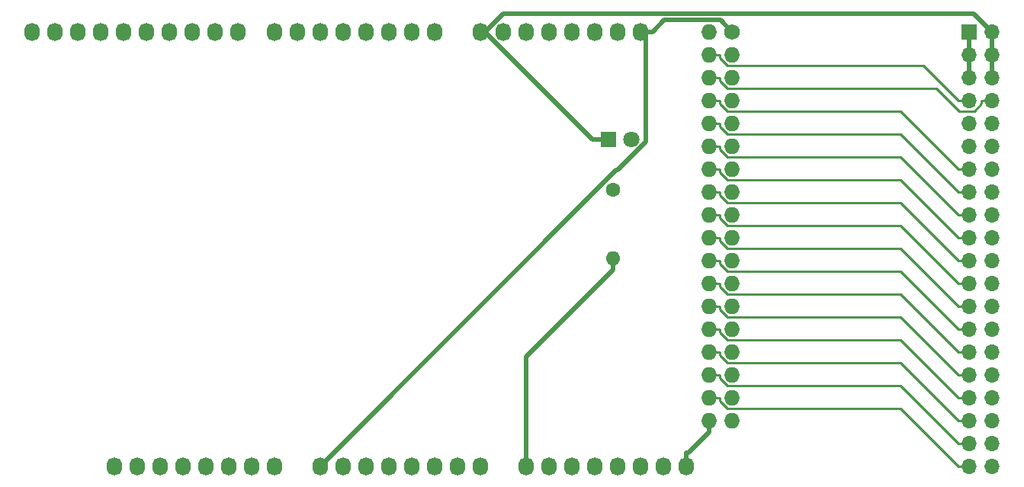
<source format=gbr>
%TF.GenerationSoftware,KiCad,Pcbnew,6.0.2+dfsg-1*%
%TF.CreationDate,2022-06-01T22:42:02-04:00*%
%TF.ProjectId,kim1-earthpeople,6b696d31-2d65-4617-9274-6870656f706c,rev?*%
%TF.SameCoordinates,Original*%
%TF.FileFunction,Copper,L2,Bot*%
%TF.FilePolarity,Positive*%
%FSLAX46Y46*%
G04 Gerber Fmt 4.6, Leading zero omitted, Abs format (unit mm)*
G04 Created by KiCad (PCBNEW 6.0.2+dfsg-1) date 2022-06-01 22:42:02*
%MOMM*%
%LPD*%
G01*
G04 APERTURE LIST*
%TA.AperFunction,ComponentPad*%
%ADD10C,1.600000*%
%TD*%
%TA.AperFunction,ComponentPad*%
%ADD11O,1.600000X1.600000*%
%TD*%
%TA.AperFunction,ComponentPad*%
%ADD12R,1.800000X1.800000*%
%TD*%
%TA.AperFunction,ComponentPad*%
%ADD13C,1.800000*%
%TD*%
%TA.AperFunction,ComponentPad*%
%ADD14O,1.727200X2.032000*%
%TD*%
%TA.AperFunction,ComponentPad*%
%ADD15O,1.727200X1.727200*%
%TD*%
%TA.AperFunction,ComponentPad*%
%ADD16C,1.727200*%
%TD*%
%TA.AperFunction,ComponentPad*%
%ADD17R,1.700000X1.700000*%
%TD*%
%TA.AperFunction,ComponentPad*%
%ADD18O,1.700000X1.700000*%
%TD*%
%TA.AperFunction,Conductor*%
%ADD19C,0.250000*%
%TD*%
%TA.AperFunction,Conductor*%
%ADD20C,0.500000*%
%TD*%
G04 APERTURE END LIST*
D10*
%TO.P,R101,1*%
%TO.N,Net-(D101-Pad2)*%
X186700000Y-88400000D03*
D11*
%TO.P,R101,2*%
%TO.N,3V3*%
X186700000Y-96020000D03*
%TD*%
D12*
%TO.P,D101,1,K*%
%TO.N,GND*%
X186125000Y-82800000D03*
D13*
%TO.P,D101,2,A*%
%TO.N,Net-(D101-Pad2)*%
X188665000Y-82800000D03*
%TD*%
D14*
%TO.P,P2,1,Pin_1*%
%TO.N,unconnected-(P2-Pad1)*%
X131318000Y-119126000D03*
%TO.P,P2,2,Pin_2*%
%TO.N,unconnected-(P2-Pad2)*%
X133858000Y-119126000D03*
%TO.P,P2,3,Pin_3*%
%TO.N,unconnected-(P2-Pad3)*%
X136398000Y-119126000D03*
%TO.P,P2,4,Pin_4*%
%TO.N,unconnected-(P2-Pad4)*%
X138938000Y-119126000D03*
%TO.P,P2,5,Pin_5*%
%TO.N,unconnected-(P2-Pad5)*%
X141478000Y-119126000D03*
%TO.P,P2,6,Pin_6*%
%TO.N,GND*%
X144018000Y-119126000D03*
%TO.P,P2,7,Pin_7*%
X146558000Y-119126000D03*
%TO.P,P2,8,Pin_8*%
%TO.N,unconnected-(P2-Pad8)*%
X149098000Y-119126000D03*
%TD*%
%TO.P,P3,1,Pin_1*%
%TO.N,5V*%
X154178000Y-119126000D03*
%TO.P,P3,2,Pin_2*%
%TO.N,unconnected-(P3-Pad2)*%
X156718000Y-119126000D03*
%TO.P,P3,3,Pin_3*%
%TO.N,unconnected-(P3-Pad3)*%
X159258000Y-119126000D03*
%TO.P,P3,4,Pin_4*%
%TO.N,unconnected-(P3-Pad4)*%
X161798000Y-119126000D03*
%TO.P,P3,5,Pin_5*%
%TO.N,unconnected-(P3-Pad5)*%
X164338000Y-119126000D03*
%TO.P,P3,6,Pin_6*%
%TO.N,unconnected-(P3-Pad6)*%
X166878000Y-119126000D03*
%TO.P,P3,7,Pin_7*%
%TO.N,unconnected-(P3-Pad7)*%
X169418000Y-119126000D03*
%TO.P,P3,8,Pin_8*%
%TO.N,GND*%
X171958000Y-119126000D03*
%TD*%
%TO.P,P4,1,Pin_1*%
%TO.N,3V3*%
X177038000Y-119126000D03*
%TO.P,P4,2,Pin_2*%
%TO.N,unconnected-(P4-Pad2)*%
X179578000Y-119126000D03*
%TO.P,P4,3,Pin_3*%
%TO.N,unconnected-(P4-Pad3)*%
X182118000Y-119126000D03*
%TO.P,P4,4,Pin_4*%
%TO.N,unconnected-(P4-Pad4)*%
X184658000Y-119126000D03*
%TO.P,P4,5,Pin_5*%
%TO.N,unconnected-(P4-Pad5)*%
X187198000Y-119126000D03*
%TO.P,P4,6,Pin_6*%
%TO.N,unconnected-(P4-Pad6)*%
X189738000Y-119126000D03*
%TO.P,P4,7,Pin_7*%
%TO.N,unconnected-(P4-Pad7)*%
X192278000Y-119126000D03*
%TO.P,P4,8,Pin_8*%
%TO.N,GND*%
X194818000Y-119126000D03*
%TD*%
%TO.P,P5,1,Pin_1*%
%TO.N,unconnected-(P5-Pad1)*%
X145034000Y-70866000D03*
%TO.P,P5,2,Pin_2*%
%TO.N,unconnected-(P5-Pad2)*%
X142494000Y-70866000D03*
%TO.P,P5,3,Pin_3*%
%TO.N,unconnected-(P5-Pad3)*%
X139954000Y-70866000D03*
%TO.P,P5,4,Pin_4*%
%TO.N,unconnected-(P5-Pad4)*%
X137414000Y-70866000D03*
%TO.P,P5,5,Pin_5*%
%TO.N,unconnected-(P5-Pad5)*%
X134874000Y-70866000D03*
%TO.P,P5,6,Pin_6*%
%TO.N,unconnected-(P5-Pad6)*%
X132334000Y-70866000D03*
%TO.P,P5,7,Pin_7*%
%TO.N,unconnected-(P5-Pad7)*%
X129794000Y-70866000D03*
%TO.P,P5,8,Pin_8*%
%TO.N,unconnected-(P5-Pad8)*%
X127254000Y-70866000D03*
%TO.P,P5,9,Pin_9*%
%TO.N,unconnected-(P5-Pad9)*%
X124714000Y-70866000D03*
%TO.P,P5,10,Pin_10*%
%TO.N,unconnected-(P5-Pad10)*%
X122174000Y-70866000D03*
%TD*%
%TO.P,P6,1,Pin_1*%
%TO.N,3V3*%
X166878000Y-70866000D03*
%TO.P,P6,2,Pin_2*%
%TO.N,unconnected-(P6-Pad2)*%
X164338000Y-70866000D03*
%TO.P,P6,3,Pin_3*%
%TO.N,unconnected-(P6-Pad3)*%
X161798000Y-70866000D03*
%TO.P,P6,4,Pin_4*%
%TO.N,unconnected-(P6-Pad4)*%
X159258000Y-70866000D03*
%TO.P,P6,5,Pin_5*%
%TO.N,unconnected-(P6-Pad5)*%
X156718000Y-70866000D03*
%TO.P,P6,6,Pin_6*%
%TO.N,unconnected-(P6-Pad6)*%
X154178000Y-70866000D03*
%TO.P,P6,7,Pin_7*%
%TO.N,unconnected-(P6-Pad7)*%
X151638000Y-70866000D03*
%TO.P,P6,8,Pin_8*%
%TO.N,GND*%
X149098000Y-70866000D03*
%TD*%
%TO.P,P7,1,Pin_1*%
%TO.N,5V*%
X189738000Y-70866000D03*
%TO.P,P7,2,Pin_2*%
%TO.N,unconnected-(P7-Pad2)*%
X187198000Y-70866000D03*
%TO.P,P7,3,Pin_3*%
%TO.N,unconnected-(P7-Pad3)*%
X184658000Y-70866000D03*
%TO.P,P7,4,Pin_4*%
%TO.N,unconnected-(P7-Pad4)*%
X182118000Y-70866000D03*
%TO.P,P7,5,Pin_5*%
%TO.N,unconnected-(P7-Pad5)*%
X179578000Y-70866000D03*
%TO.P,P7,6,Pin_6*%
%TO.N,unconnected-(P7-Pad6)*%
X177038000Y-70866000D03*
%TO.P,P7,7,Pin_7*%
%TO.N,unconnected-(P7-Pad7)*%
X174498000Y-70866000D03*
%TO.P,P7,8,Pin_8*%
%TO.N,GND*%
X171958000Y-70866000D03*
%TD*%
D15*
%TO.P,J101,1,Pin_1*%
%TO.N,3V3*%
X197358000Y-70866000D03*
D16*
%TO.P,J101,2,Pin_2*%
%TO.N,5V*%
X199898000Y-70866000D03*
D15*
%TO.P,J101,3,Pin_3*%
%TO.N,SPARE1*%
X197358000Y-73406000D03*
%TO.P,J101,4,Pin_4*%
%TO.N,SPARE6*%
X199898000Y-73406000D03*
%TO.P,J101,5,Pin_5*%
%TO.N,SPARE5*%
X197358000Y-75946000D03*
%TO.P,J101,6,Pin_6*%
%TO.N,SPARE7*%
X199898000Y-75946000D03*
%TO.P,J101,7,Pin_7*%
%TO.N,SST_KEY*%
X197358000Y-78486000D03*
%TO.P,J101,8,Pin_8*%
%TO.N,EXP_RAM*%
X199898000Y-78486000D03*
%TO.P,J101,9,Pin_9*%
%TO.N,ST_KEY*%
X197358000Y-81026000D03*
%TO.P,J101,10,Pin_10*%
%TO.N,LED_DIG_4*%
X199898000Y-81026000D03*
%TO.P,J101,11,Pin_11*%
%TO.N,RS_KEY*%
X197358000Y-83566000D03*
%TO.P,J101,12,Pin_12*%
%TO.N,LED_DIG_5*%
X199898000Y-83566000D03*
%TO.P,J101,13,Pin_13*%
%TO.N,ENABLE_TTY*%
X197358000Y-86106000D03*
%TO.P,J101,14,Pin_14*%
%TO.N,LED_DIG_6*%
X199898000Y-86106000D03*
%TO.P,J101,15,Pin_15*%
%TO.N,KB_ROW_2*%
X197358000Y-88646000D03*
%TO.P,J101,16,Pin_16*%
%TO.N,LED_DIG_7*%
X199898000Y-88646000D03*
%TO.P,J101,17,Pin_17*%
%TO.N,KB_ROW_1*%
X197358000Y-91186000D03*
%TO.P,J101,18,Pin_18*%
%TO.N,LED_DIG_8*%
X199898000Y-91186000D03*
%TO.P,J101,19,Pin_19*%
%TO.N,KB_ROW_0*%
X197358000Y-93726000D03*
%TO.P,J101,20,Pin_20*%
%TO.N,LED_DIG_9*%
X199898000Y-93726000D03*
%TO.P,J101,21,Pin_21*%
%TO.N,KB_COL_6*%
X197358000Y-96266000D03*
%TO.P,J101,22,Pin_22*%
%TO.N,LED_SEG_6*%
X199898000Y-96266000D03*
%TO.P,J101,23,Pin_23*%
%TO.N,KB_COL_5*%
X197358000Y-98806000D03*
%TO.P,J101,24,Pin_24*%
%TO.N,LED_SEG_5*%
X199898000Y-98806000D03*
%TO.P,J101,25,Pin_25*%
%TO.N,KB_COL_4*%
X197358000Y-101346000D03*
%TO.P,J101,26,Pin_26*%
%TO.N,LED_SEG_4*%
X199898000Y-101346000D03*
%TO.P,J101,27,Pin_27*%
%TO.N,KB_COL_3*%
X197358000Y-103886000D03*
%TO.P,J101,28,Pin_28*%
%TO.N,LED_SEG_3*%
X199898000Y-103886000D03*
%TO.P,J101,29,Pin_29*%
%TO.N,KB_COL_2*%
X197358000Y-106426000D03*
%TO.P,J101,30,Pin_30*%
%TO.N,LED_SEG_2*%
X199898000Y-106426000D03*
%TO.P,J101,31,Pin_31*%
%TO.N,KB_COL_1*%
X197358000Y-108966000D03*
%TO.P,J101,32,Pin_32*%
%TO.N,LED_SEG_1*%
X199898000Y-108966000D03*
%TO.P,J101,33,Pin_33*%
%TO.N,KB_COL_0*%
X197358000Y-111506000D03*
%TO.P,J101,34,Pin_34*%
%TO.N,LED_SEG_0*%
X199898000Y-111506000D03*
%TO.P,J101,35,Pin_35*%
%TO.N,GND*%
X197358000Y-114046000D03*
%TO.P,J101,36,Pin_36*%
X199898000Y-114046000D03*
%TD*%
D17*
%TO.P,J102,1,Pin_1*%
%TO.N,3V3*%
X226225000Y-70875000D03*
D18*
%TO.P,J102,2,Pin_2*%
%TO.N,GND*%
X228765000Y-70875000D03*
%TO.P,J102,3,Pin_3*%
%TO.N,3V3*%
X226225000Y-73415000D03*
%TO.P,J102,4,Pin_4*%
%TO.N,GND*%
X228765000Y-73415000D03*
%TO.P,J102,5,Pin_5*%
%TO.N,3V3*%
X226225000Y-75955000D03*
%TO.P,J102,6,Pin_6*%
%TO.N,GND*%
X228765000Y-75955000D03*
%TO.P,J102,7,Pin_7*%
%TO.N,SPARE1*%
X226225000Y-78495000D03*
%TO.P,J102,8,Pin_8*%
%TO.N,SPARE5*%
X228765000Y-78495000D03*
%TO.P,J102,9,Pin_9*%
%TO.N,SPARE2*%
X226225000Y-81035000D03*
%TO.P,J102,10,Pin_10*%
%TO.N,SPARE6*%
X228765000Y-81035000D03*
%TO.P,J102,11,Pin_11*%
%TO.N,SPARE3*%
X226225000Y-83575000D03*
%TO.P,J102,12,Pin_12*%
%TO.N,SPARE7*%
X228765000Y-83575000D03*
%TO.P,J102,13,Pin_13*%
%TO.N,SST_KEY*%
X226225000Y-86115000D03*
%TO.P,J102,14,Pin_14*%
%TO.N,EXP_RAM*%
X228765000Y-86115000D03*
%TO.P,J102,15,Pin_15*%
%TO.N,ST_KEY*%
X226225000Y-88655000D03*
%TO.P,J102,16,Pin_16*%
%TO.N,LED_DIG_4*%
X228765000Y-88655000D03*
%TO.P,J102,17,Pin_17*%
%TO.N,RS_KEY*%
X226225000Y-91195000D03*
%TO.P,J102,18,Pin_18*%
%TO.N,LED_DIG_5*%
X228765000Y-91195000D03*
%TO.P,J102,19,Pin_19*%
%TO.N,ENABLE_TTY*%
X226225000Y-93735000D03*
%TO.P,J102,20,Pin_20*%
%TO.N,LED_DIG_6*%
X228765000Y-93735000D03*
%TO.P,J102,21,Pin_21*%
%TO.N,KB_ROW_2*%
X226225000Y-96275000D03*
%TO.P,J102,22,Pin_22*%
%TO.N,LED_DIG_7*%
X228765000Y-96275000D03*
%TO.P,J102,23,Pin_23*%
%TO.N,KB_ROW_1*%
X226225000Y-98815000D03*
%TO.P,J102,24,Pin_24*%
%TO.N,LED_DIG_8*%
X228765000Y-98815000D03*
%TO.P,J102,25,Pin_25*%
%TO.N,KB_ROW_0*%
X226225000Y-101355000D03*
%TO.P,J102,26,Pin_26*%
%TO.N,LED_DIG_9*%
X228765000Y-101355000D03*
%TO.P,J102,27,Pin_27*%
%TO.N,KB_COL_6*%
X226225000Y-103895000D03*
%TO.P,J102,28,Pin_28*%
%TO.N,LED_SEG_6*%
X228765000Y-103895000D03*
%TO.P,J102,29,Pin_29*%
%TO.N,KB_COL_5*%
X226225000Y-106435000D03*
%TO.P,J102,30,Pin_30*%
%TO.N,LED_SEG_5*%
X228765000Y-106435000D03*
%TO.P,J102,31,Pin_31*%
%TO.N,KB_COL_4*%
X226225000Y-108975000D03*
%TO.P,J102,32,Pin_32*%
%TO.N,LED_SEG_4*%
X228765000Y-108975000D03*
%TO.P,J102,33,Pin_33*%
%TO.N,KB_COL_3*%
X226225000Y-111515000D03*
%TO.P,J102,34,Pin_34*%
%TO.N,LED_SEG_3*%
X228765000Y-111515000D03*
%TO.P,J102,35,Pin_35*%
%TO.N,KB_COL_2*%
X226225000Y-114055000D03*
%TO.P,J102,36,Pin_36*%
%TO.N,LED_SEG_2*%
X228765000Y-114055000D03*
%TO.P,J102,37,Pin_37*%
%TO.N,KB_COL_1*%
X226225000Y-116595000D03*
%TO.P,J102,38,Pin_38*%
%TO.N,LED_SEG_1*%
X228765000Y-116595000D03*
%TO.P,J102,39,Pin_39*%
%TO.N,KB_COL_0*%
X226225000Y-119135000D03*
%TO.P,J102,40,Pin_40*%
%TO.N,LED_SEG_0*%
X228765000Y-119135000D03*
%TD*%
D19*
%TO.N,KB_COL_0*%
X226225000Y-119135000D02*
X225049700Y-119135000D01*
X197358000Y-111506000D02*
X198546900Y-111506000D01*
X218609600Y-112694900D02*
X225049700Y-119135000D01*
X199364200Y-112694900D02*
X218609600Y-112694900D01*
X198546900Y-111877600D02*
X199364200Y-112694900D01*
X198546900Y-111506000D02*
X198546900Y-111877600D01*
%TO.N,KB_COL_1*%
X226225000Y-116595000D02*
X225049700Y-116595000D01*
X197358000Y-108966000D02*
X198546900Y-108966000D01*
X218609600Y-110154900D02*
X225049700Y-116595000D01*
X199364200Y-110154900D02*
X218609600Y-110154900D01*
X198546900Y-109337600D02*
X199364200Y-110154900D01*
X198546900Y-108966000D02*
X198546900Y-109337600D01*
%TO.N,KB_COL_2*%
X226225000Y-114055000D02*
X225049700Y-114055000D01*
X197358000Y-106426000D02*
X198546900Y-106426000D01*
X218609600Y-107614900D02*
X225049700Y-114055000D01*
X199364200Y-107614900D02*
X218609600Y-107614900D01*
X198546900Y-106797600D02*
X199364200Y-107614900D01*
X198546900Y-106426000D02*
X198546900Y-106797600D01*
%TO.N,KB_COL_3*%
X226225000Y-111515000D02*
X225049700Y-111515000D01*
X197358000Y-103886000D02*
X198546900Y-103886000D01*
X218609600Y-105074900D02*
X225049700Y-111515000D01*
X199364200Y-105074900D02*
X218609600Y-105074900D01*
X198546900Y-104257600D02*
X199364200Y-105074900D01*
X198546900Y-103886000D02*
X198546900Y-104257600D01*
%TO.N,KB_COL_4*%
X226225000Y-108975000D02*
X225049700Y-108975000D01*
X197358000Y-101346000D02*
X198546900Y-101346000D01*
X218609600Y-102534900D02*
X225049700Y-108975000D01*
X199364200Y-102534900D02*
X218609600Y-102534900D01*
X198546900Y-101717600D02*
X199364200Y-102534900D01*
X198546900Y-101346000D02*
X198546900Y-101717600D01*
%TO.N,KB_COL_5*%
X226225000Y-106435000D02*
X225049700Y-106435000D01*
X197358000Y-98806000D02*
X198546900Y-98806000D01*
X218609600Y-99994900D02*
X225049700Y-106435000D01*
X199364200Y-99994900D02*
X218609600Y-99994900D01*
X198546900Y-99177600D02*
X199364200Y-99994900D01*
X198546900Y-98806000D02*
X198546900Y-99177600D01*
%TO.N,KB_COL_6*%
X226225000Y-103895000D02*
X225049700Y-103895000D01*
X197358000Y-96266000D02*
X198546900Y-96266000D01*
X218609600Y-97454900D02*
X225049700Y-103895000D01*
X199364200Y-97454900D02*
X218609600Y-97454900D01*
X198546900Y-96637600D02*
X199364200Y-97454900D01*
X198546900Y-96266000D02*
X198546900Y-96637600D01*
%TO.N,KB_ROW_0*%
X226225000Y-101355000D02*
X225049700Y-101355000D01*
X197358000Y-93726000D02*
X198546900Y-93726000D01*
X218609600Y-94914900D02*
X225049700Y-101355000D01*
X199364200Y-94914900D02*
X218609600Y-94914900D01*
X198546900Y-94097600D02*
X199364200Y-94914900D01*
X198546900Y-93726000D02*
X198546900Y-94097600D01*
%TO.N,KB_ROW_1*%
X226225000Y-98815000D02*
X225049700Y-98815000D01*
X197358000Y-91186000D02*
X198546900Y-91186000D01*
X218609600Y-92374900D02*
X225049700Y-98815000D01*
X199364200Y-92374900D02*
X218609600Y-92374900D01*
X198546900Y-91557600D02*
X199364200Y-92374900D01*
X198546900Y-91186000D02*
X198546900Y-91557600D01*
%TO.N,KB_ROW_2*%
X226225000Y-96275000D02*
X225049700Y-96275000D01*
X197358000Y-88646000D02*
X198546900Y-88646000D01*
X218609600Y-89834900D02*
X225049700Y-96275000D01*
X199364200Y-89834900D02*
X218609600Y-89834900D01*
X198546900Y-89017600D02*
X199364200Y-89834900D01*
X198546900Y-88646000D02*
X198546900Y-89017600D01*
%TO.N,ENABLE_TTY*%
X226225000Y-93735000D02*
X225049700Y-93735000D01*
X197358000Y-86106000D02*
X198546900Y-86106000D01*
X218609600Y-87294900D02*
X225049700Y-93735000D01*
X199364200Y-87294900D02*
X218609600Y-87294900D01*
X198546900Y-86477600D02*
X199364200Y-87294900D01*
X198546900Y-86106000D02*
X198546900Y-86477600D01*
%TO.N,RS_KEY*%
X226225000Y-91195000D02*
X225049700Y-91195000D01*
X197358000Y-83566000D02*
X198546900Y-83566000D01*
X218609600Y-84754900D02*
X225049700Y-91195000D01*
X199364200Y-84754900D02*
X218609600Y-84754900D01*
X198546900Y-83937600D02*
X199364200Y-84754900D01*
X198546900Y-83566000D02*
X198546900Y-83937600D01*
%TO.N,ST_KEY*%
X226225000Y-88655000D02*
X225049700Y-88655000D01*
X197358000Y-81026000D02*
X198546900Y-81026000D01*
X218609600Y-82214900D02*
X225049700Y-88655000D01*
X199364200Y-82214900D02*
X218609600Y-82214900D01*
X198546900Y-81397600D02*
X199364200Y-82214900D01*
X198546900Y-81026000D02*
X198546900Y-81397600D01*
%TO.N,SST_KEY*%
X226225000Y-86115000D02*
X225049700Y-86115000D01*
X197358000Y-78486000D02*
X198546900Y-78486000D01*
X218609600Y-79674900D02*
X225049700Y-86115000D01*
X199364200Y-79674900D02*
X218609600Y-79674900D01*
X198546900Y-78857600D02*
X199364200Y-79674900D01*
X198546900Y-78486000D02*
X198546900Y-78857600D01*
%TO.N,SPARE5*%
X198546900Y-76317600D02*
X198546900Y-75946000D01*
X199364200Y-77134900D02*
X198546900Y-76317600D01*
X222562800Y-77134900D02*
X199364200Y-77134900D01*
X225115500Y-79687600D02*
X222562800Y-77134900D01*
X226764400Y-79687600D02*
X225115500Y-79687600D01*
X227589700Y-78862300D02*
X226764400Y-79687600D01*
X227589700Y-78495000D02*
X227589700Y-78862300D01*
X228765000Y-78495000D02*
X227589700Y-78495000D01*
X197358000Y-75946000D02*
X198546900Y-75946000D01*
%TO.N,SPARE1*%
X198546900Y-73777600D02*
X198546900Y-73406000D01*
X199364200Y-74594900D02*
X198546900Y-73777600D01*
X221149600Y-74594900D02*
X199364200Y-74594900D01*
X225049700Y-78495000D02*
X221149600Y-74594900D01*
X226225000Y-78495000D02*
X225049700Y-78495000D01*
X197358000Y-73406000D02*
X198546900Y-73406000D01*
D20*
%TO.N,GND*%
X195058200Y-117659700D02*
X194818000Y-117659700D01*
X197358000Y-115359900D02*
X195058200Y-117659700D01*
X197358000Y-114046000D02*
X197358000Y-115359900D01*
X194818000Y-119126000D02*
X194818000Y-117659700D01*
X228765000Y-73415000D02*
X228765000Y-75955000D01*
X228765000Y-73415000D02*
X228765000Y-70875000D01*
X174448500Y-68851700D02*
X172452300Y-70847900D01*
X226741700Y-68851700D02*
X174448500Y-68851700D01*
X228765000Y-70875000D02*
X226741700Y-68851700D01*
X171976100Y-70847900D02*
X172452300Y-70847900D01*
X171958000Y-70866000D02*
X171976100Y-70847900D01*
X184404400Y-82800000D02*
X186125000Y-82800000D01*
X172452300Y-70847900D02*
X184404400Y-82800000D01*
%TO.N,5V*%
X192365800Y-69552100D02*
X191051900Y-70866000D01*
X198584100Y-69552100D02*
X192365800Y-69552100D01*
X199898000Y-70866000D02*
X198584100Y-69552100D01*
X189738000Y-70866000D02*
X190326600Y-70866000D01*
X190326600Y-70866000D02*
X191051900Y-70866000D01*
X187052900Y-86251100D02*
X154178000Y-119126000D01*
X187157300Y-86251100D02*
X187052900Y-86251100D01*
X190326600Y-83081800D02*
X187157300Y-86251100D01*
X190326600Y-70866000D02*
X190326600Y-83081800D01*
%TO.N,3V3*%
X226225000Y-75955000D02*
X226225000Y-73415000D01*
X226225000Y-73415000D02*
X226225000Y-70875000D01*
X177038000Y-106932300D02*
X186700000Y-97270300D01*
X177038000Y-119126000D02*
X177038000Y-106932300D01*
X186700000Y-96020000D02*
X186700000Y-97270300D01*
%TD*%
M02*

</source>
